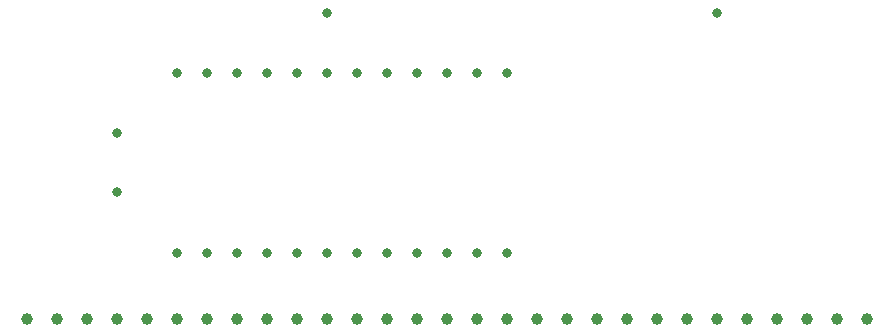
<source format=gbr>
%TF.GenerationSoftware,KiCad,Pcbnew,5.1.10*%
%TF.CreationDate,2021-12-04T10:06:52+01:00*%
%TF.ProjectId,Speichermodul_D,53706569-6368-4657-926d-6f64756c5f44,1*%
%TF.SameCoordinates,Original*%
%TF.FileFunction,Plated,1,2,PTH,Drill*%
%TF.FilePolarity,Positive*%
%FSLAX46Y46*%
G04 Gerber Fmt 4.6, Leading zero omitted, Abs format (unit mm)*
G04 Created by KiCad (PCBNEW 5.1.10) date 2021-12-04 10:06:52*
%MOMM*%
%LPD*%
G01*
G04 APERTURE LIST*
%TA.AperFunction,ComponentDrill*%
%ADD10C,0.800000*%
%TD*%
%TA.AperFunction,ViaDrill*%
%ADD11C,0.800000*%
%TD*%
%TA.AperFunction,ComponentDrill*%
%ADD12C,1.000000*%
%TD*%
G04 APERTURE END LIST*
D10*
%TO.C,C3*%
X125095000Y-119380000D03*
X125095000Y-124380000D03*
%TO.C,U3*%
X130175000Y-114300000D03*
X130175000Y-129540000D03*
X132715000Y-114300000D03*
X132715000Y-129540000D03*
X135255000Y-114300000D03*
X135255000Y-129540000D03*
X137795000Y-114300000D03*
X137795000Y-129540000D03*
X140335000Y-114300000D03*
X140335000Y-129540000D03*
%TD*%
D11*
X142875000Y-109220000D03*
D10*
%TO.C,U3*%
X142875000Y-114300000D03*
X142875000Y-129540000D03*
X145415000Y-114300000D03*
X145415000Y-129540000D03*
X147955000Y-114300000D03*
X147955000Y-129540000D03*
X150495000Y-114300000D03*
X150495000Y-129540000D03*
X153035000Y-114300000D03*
X153035000Y-129540000D03*
X155575000Y-114300000D03*
X155575000Y-129540000D03*
X158115000Y-114300000D03*
X158115000Y-129540000D03*
%TD*%
D11*
X175895000Y-109220000D03*
D12*
%TO.C,X10*%
X117470000Y-135160000D03*
X120010000Y-135160000D03*
X122550000Y-135160000D03*
X125090000Y-135160000D03*
X127630000Y-135160000D03*
X130170000Y-135160000D03*
X132710000Y-135160000D03*
X135250000Y-135160000D03*
X137790000Y-135160000D03*
X140330000Y-135160000D03*
X142870000Y-135160000D03*
X145410000Y-135160000D03*
X147950000Y-135160000D03*
X150490000Y-135160000D03*
X153030000Y-135160000D03*
X155570000Y-135160000D03*
X158110000Y-135160000D03*
X160650000Y-135160000D03*
X163190000Y-135160000D03*
X165730000Y-135160000D03*
X168270000Y-135160000D03*
X170810000Y-135160000D03*
X173350000Y-135160000D03*
X175890000Y-135160000D03*
X178430000Y-135160000D03*
X180970000Y-135160000D03*
X183510000Y-135160000D03*
X186050000Y-135160000D03*
X188590000Y-135160000D03*
M02*

</source>
